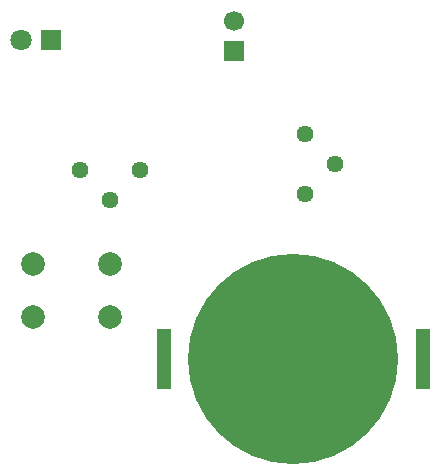
<source format=gbr>
%TF.GenerationSoftware,KiCad,Pcbnew,9.0.1*%
%TF.CreationDate,2025-05-03T21:28:02-04:00*%
%TF.ProjectId,project-2,70726f6a-6563-4742-9d32-2e6b69636164,rev?*%
%TF.SameCoordinates,Original*%
%TF.FileFunction,Soldermask,Top*%
%TF.FilePolarity,Negative*%
%FSLAX46Y46*%
G04 Gerber Fmt 4.6, Leading zero omitted, Abs format (unit mm)*
G04 Created by KiCad (PCBNEW 9.0.1) date 2025-05-03 21:28:02*
%MOMM*%
%LPD*%
G01*
G04 APERTURE LIST*
%ADD10C,1.440000*%
%ADD11R,1.800000X1.800000*%
%ADD12C,1.800000*%
%ADD13R,1.700000X1.700000*%
%ADD14C,1.700000*%
%ADD15C,2.000000*%
%ADD16R,1.270000X5.080000*%
%ADD17C,17.800000*%
G04 APERTURE END LIST*
D10*
%TO.C,RV1*%
X195960000Y-85560000D03*
X198500000Y-88100000D03*
X201040000Y-85560000D03*
%TD*%
D11*
%TO.C,D1*%
X193500000Y-74500000D03*
D12*
X190960000Y-74500000D03*
%TD*%
D13*
%TO.C,M1*%
X209000000Y-75500000D03*
D14*
X209000000Y-72960000D03*
%TD*%
D10*
%TO.C,RV2*%
X214960000Y-87540000D03*
X217500000Y-85000000D03*
X214960000Y-82460000D03*
%TD*%
D15*
%TO.C,SW1*%
X198500000Y-98000000D03*
X192000000Y-98000000D03*
X198500000Y-93500000D03*
X192000000Y-93500000D03*
%TD*%
D16*
%TO.C,BT1*%
X203015000Y-101500000D03*
X224985000Y-101500000D03*
D17*
X214000000Y-101500000D03*
%TD*%
M02*

</source>
